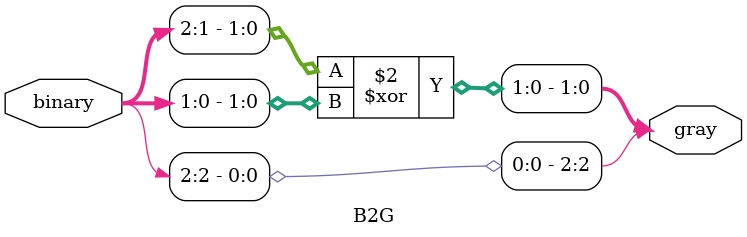
<source format=sv>
module B2G #(
    parameter int N = 3
)(
    input  logic [N-1:0] binary,
    output logic [N-1:0] gray
);
    always_comb begin
        gray = {binary[N-1], binary[N-1:1] ^ binary[N-2:0]};
    end
endmodule

</source>
